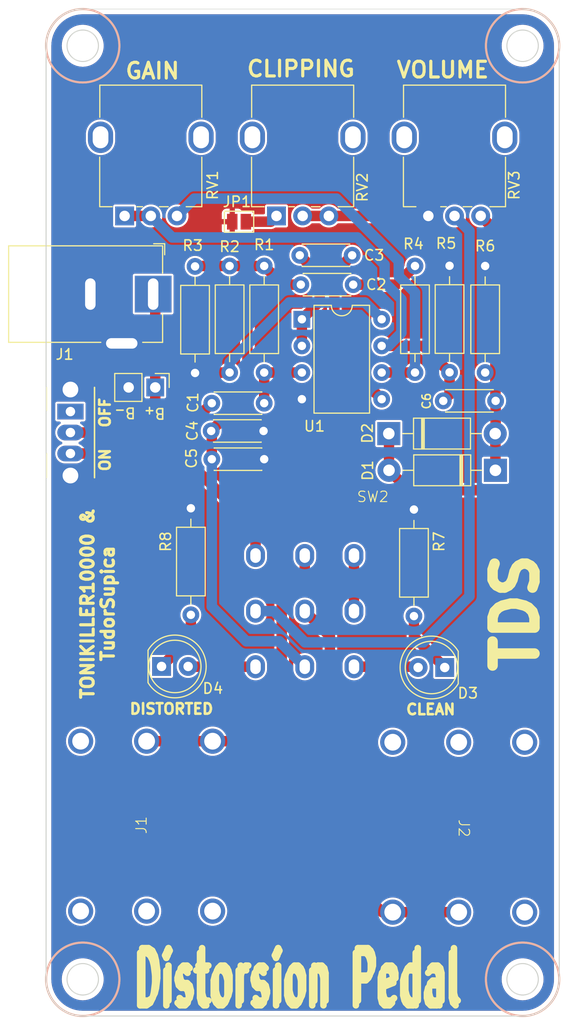
<source format=kicad_pcb>
(kicad_pcb (version 20240108) (generator "pcbnew") (generator_version "8.0")
  (layers (0 "F.Cu" signal) (31 "B.Cu" signal) (34 "B.Paste" user) (35 "F.Paste" user) (36 "B.SilkS" user "B.Silkscreen") (37 "F.SilkS" user "F.Silkscreen") (38 "B.Mask" user) (39 "F.Mask" user) (44 "Edge.Cuts" user))
  (net 0 "")
  (net 1 "Net-(U1A-+)")
  (net 2 "CLEAN")
  (net 3 "Net-(D1-K)")
  (net 4 "GND")
  (net 5 "VDD")
  (net 6 "Net-(D3-K)")
  (net 7 "Net-(U1B-+)")
  (net 8 "Net-(U1A--)")
  (net 9 "Net-(C6-Pad2)")
  (net 10 "Net-(D1-A)")
  (net 11 "Net-(D3-A)")
  (net 12 "VCC")
  (net 13 "Net-(U1B--)")
  (net 14 "Net-(D4-K)")
  (net 15 "Net-(JP1-A)")
  (net 16 "DISTORTED")
  (net 17 "POW")
  (net 19 "INPUT")
  (net 20 "Net-(SW2-A-Pad3)")
  (net 21 "Net-(C2-Pad2)")
  (net 22 "OUTPUT")
  (net 23 "Net-(D4-A)")
  (footprint "LED_THT:LED_D5.0mm" (layer "F.Cu") (at 139.5 110.2)
    (property "Reference" "D4" (at 4.9 2.1 0) (layer "F.SilkS"))
    (property "Value" "RED")
    (fp_line (start -1.29 -1.545) (end -1.29 1.545) (stroke (width 0.12)) (layer "F.SilkS"))
    (fp_arc (start -1.29 -1.54483) (mid 2.072002 -2.880433) (end 4.26 0.000462) (stroke (width 0.12)) (layer "F.SilkS"))
    (fp_arc (start 4.26 -0.000462) (mid 2.072002 2.880433) (end -1.29 1.54483) (stroke (width 0.12)) (layer "F.SilkS"))
    (fp_circle (center 1.27 0) (end 3.77 0) (stroke (width 0.12)) (fill none) (layer "F.SilkS"))
    (pad "1" thru_hole rect (at 0 0) (size 1.8 1.8) (drill 0.9) (layers "*.Cu" "*.Mask") (net 14 "Net-(D4-K)"))
    (pad "2" thru_hole circle (at 2.54 0) (size 1.8 1.8) (drill 0.9) (layers "*.Cu" "*.Mask") (net 23 "Net-(D4-A)"))
  )
  (footprint "Resistor_THT:R_Axial_DIN0207_L6.3mm_D2.5mm_P10.16mm_Horizontal" (layer "F.Cu") (at 163.7 82.18 90)
    (property "Reference" "R4" (at 12.26 -0.15 0) (layer "F.SilkS"))
    (property "Value" "1K")
    (fp_line (start 8.35 -1.37) (end 1.81 -1.37) (stroke (width 0.12)) (layer "F.SilkS"))
    (fp_line (start 1.81 -1.37) (end 1.81 1.37) (stroke (width 0.12)) (layer "F.SilkS"))
    (fp_line (start 9.12 0) (end 8.35 0) (stroke (width 0.12)) (layer "F.SilkS"))
    (fp_line (start 1.04 0) (end 1.81 0) (stroke (width 0.12)) (layer "F.SilkS"))
    (fp_line (start 8.35 1.37) (end 8.35 -1.37) (stroke (width 0.12)) (layer "F.SilkS"))
    (fp_line (start 1.81 1.37) (end 8.35 1.37) (stroke (width 0.12)) (layer "F.SilkS"))
    (pad "1" thru_hole circle (at 0 0 90) (size 1.6 1.6) (drill 0.8) (layers "*.Cu" "*.Mask") (net 13 "Net-(U1B--)"))
    (pad "2" thru_hole oval (at 10.16 0 90) (size 1.6 1.6) (drill 0.8) (layers "*.Cu" "*.Mask") (net 21 "Net-(C2-Pad2)"))
  )
  (footprint "Capacitor_THT:C_Disc_D4.3mm_W1.9mm_P5.00mm" (layer "F.Cu") (at 149.3 90.44 180)
    (property "Reference" "C5" (at 6.94 0.08 90) (layer "F.SilkS"))
    (property "Value" "100nF")
    (fp_line (start 4.77 1.055) (end 4.77 1.07) (stroke (width 0.12)) (layer "F.SilkS"))
    (fp_line (start 4.77 -1.07) (end 4.77 -1.055) (stroke (width 0.12)) (layer "F.SilkS"))
    (fp_line (start 0.23 1.07) (end 4.77 1.07) (stroke (width 0.12)) (layer "F.SilkS"))
    (fp_line (start 0.23 1.055) (end 0.23 1.07) (stroke (width 0.12)) (layer "F.SilkS"))
    (fp_line (start 0.23 -1.07) (end 4.77 -1.07) (stroke (width 0.12)) (layer "F.SilkS"))
    (fp_line (start 0.23 -1.07) (end 0.23 -1.055) (stroke (width 0.12)) (layer "F.SilkS"))
    (pad "1" thru_hole circle (at 0 0 180) (size 1.6 1.6) (drill 0.8) (layers "*.Cu" "*.Mask") (net 4 "GND"))
    (pad "2" thru_hole circle (at 5 0 180) (size 1.6 1.6) (drill 0.8) (layers "*.Cu" "*.Mask") (net 5 "VDD"))
  )
  (footprint "Jumper:SolderJumper-2_P1.3mm_Open_Pad1.0x1.5mm" (layer "F.Cu") (at 146.9 67.8 180)
    (property "Reference" "JP1" (at 0.2 1.9 0) (layer "F.SilkS"))
    (property "Value" "Jumper_2_Open")
    (fp_line (start 1.4 1) (end -1.4 1) (stroke (width 0.12)) (layer "F.SilkS"))
    (fp_line (start 1.4 -1) (end 1.4 1) (stroke (width 0.12)) (layer "F.SilkS"))
    (fp_line (start -1.4 1) (end -1.4 -1) (stroke (width 0.12)) (layer "F.SilkS"))
    (fp_line (start -1.4 -1) (end 1.4 -1) (stroke (width 0.12)) (layer "F.SilkS"))
    (pad "1" smd rect (at -0.65 0 180) (size 1 1.5) (layers "F.Cu" "F.Mask") (net 15 "Net-(JP1-A)"))
    (pad "2" smd rect (at 0.65 0 180) (size 1 1.5) (layers "F.Cu" "F.Mask") (net 4 "GND"))
  )
  (footprint "Resistor_THT:R_Axial_DIN0207_L6.3mm_D2.5mm_P10.16mm_Horizontal" (layer "F.Cu") (at 149.3 82.18 90)
    (property "Reference" "R1" (at 12.18 0 180) (layer "F.SilkS"))
    (property "Value" "100k")
    (fp_line (start 8.35 -1.37) (end 1.81 -1.37) (stroke (width 0.12)) (layer "F.SilkS"))
    (fp_line (start 1.81 -1.37) (end 1.81 1.37) (stroke (width 0.12)) (layer "F.SilkS"))
    (fp_line (start 9.12 0) (end 8.35 0) (stroke (width 0.12)) (layer "F.SilkS"))
    (fp_line (start 1.04 0) (end 1.81 0) (stroke (width 0.12)) (layer "F.SilkS"))
    (fp_line (start 8.35 1.37) (end 8.35 -1.37) (stroke (width 0.12)) (layer "F.SilkS"))
    (fp_line (start 1.81 1.37) (end 8.35 1.37) (stroke (width 0.12)) (layer "F.SilkS"))
    (pad "1" thru_hole circle (at 0 0 90) (size 1.6 1.6) (drill 0.8) (layers "*.Cu" "*.Mask") (net 1 "Net-(U1A-+)"))
    (pad "2" thru_hole oval (at 10.16 0 90) (size 1.6 1.6) (drill 0.8) (layers "*.Cu" "*.Mask") (net 5 "VDD"))
  )
  (footprint "Diode_THT:D_DO-41_SOD81_P10.16mm_Horizontal" (layer "F.Cu") (at 171.38 91.5 180)
    (property "Reference" "D1" (at 12.19 -0.02 90) (layer "F.SilkS"))
    (property "Value" "D")
    (fp_line (start 8.82 0) (end 7.8 0) (stroke (width 0.12)) (layer "F.SilkS"))
    (fp_line (start 7.8 1.47) (end 7.8 -1.47) (stroke (width 0.12)) (layer "F.SilkS"))
    (fp_line (start 7.8 -1.47) (end 2.36 -1.47) (stroke (width 0.12)) (layer "F.SilkS"))
    (fp_line (start 3.38 -1.47) (end 3.38 1.47) (stroke (width 0.12)) (layer "F.SilkS"))
    (fp_line (start 3.26 -1.47) (end 3.26 1.47) (stroke (width 0.12)) (layer "F.SilkS"))
    (fp_line (start 3.14 -1.47) (end 3.14 1.47) (stroke (width 0.12)) (layer "F.SilkS"))
    (fp_line (start 2.36 1.47) (end 7.8 1.47) (stroke (width 0.12)) (layer "F.SilkS"))
    (fp_line (start 2.36 -1.47) (end 2.36 1.47) (stroke (width 0.12)) (layer "F.SilkS"))
    (fp_line (start 1.34 0) (end 2.36 0) (stroke (width 0.12)) (layer "F.SilkS"))
    (pad "1" thru_hole rect (at 0 0 180) (size 2.2 2.2) (drill 1.1) (layers "*.Cu" "*.Mask") (net 3 "Net-(D1-K)"))
    (pad "2" thru_hole oval (at 10.16 0 180) (size 2.2 2.2) (drill 1.1) (layers "*.Cu" "*.Mask") (net 10 "Net-(D1-A)"))
  )
  (footprint "Capacitor_THT:C_Disc_D4.3mm_W1.9mm_P5.00mm" (layer "F.Cu") (at 149.24 87.75 180)
    (property "Reference" "C4" (at 6.8 0.01 90) (layer "F.SilkS"))
    (property "Value" "10uF")
    (fp_line (start 4.77 1.055) (end 4.77 1.07) (stroke (width 0.12)) (layer "F.SilkS"))
    (fp_line (start 4.77 -1.07) (end 4.77 -1.055) (stroke (width 0.12)) (layer "F.SilkS"))
    (fp_line (start 0.23 1.07) (end 4.77 1.07) (stroke (width 0.12)) (layer "F.SilkS"))
    (fp_line (start 0.23 1.055) (end 0.23 1.07) (stroke (width 0.12)) (layer "F.SilkS"))
    (fp_line (start 0.23 -1.07) (end 4.77 -1.07) (stroke (width 0.12)) (layer "F.SilkS"))
    (fp_line (start 0.23 -1.07) (end 0.23 -1.055) (stroke (width 0.12)) (layer "F.SilkS"))
    (pad "1" thru_hole circle (at 0 0 180) (size 1.6 1.6) (drill 0.8) (layers "*.Cu" "*.Mask") (net 4 "GND"))
    (pad "2" thru_hole circle (at 5 0 180) (size 1.6 1.6) (drill 0.8) (layers "*.Cu" "*.Mask") (net 5 "VDD"))
  )
  (footprint "Resistor_THT:R_Axial_DIN0207_L6.3mm_D2.5mm_P10.16mm_Horizontal" (layer "F.Cu") (at 167 72 -90)
    (property "Reference" "R5" (at -2.13 0.33 0) (layer "F.SilkS"))
    (property "Value" "3.8K")
    (fp_line (start 1.81 1.37) (end 8.35 1.37) (stroke (width 0.12)) (layer "F.SilkS"))
    (fp_line (start 8.35 1.37) (end 8.35 -1.37) (stroke (width 0.12)) (layer "F.SilkS"))
    (fp_line (start 1.04 0) (end 1.81 0) (stroke (width 0.12)) (layer "F.SilkS"))
    (fp_line (start 9.12 0) (end 8.35 0) (stroke (width 0.12)) (layer "F.SilkS"))
    (fp_line (start 1.81 -1.37) (end 1.81 1.37) (stroke (width 0.12)) (layer "F.SilkS"))
    (fp_line (start 8.35 -1.37) (end 1.81 -1.37) (stroke (width 0.12)) (layer "F.SilkS"))
    (pad "1" thru_hole circle (at 0 0 270) (size 1.6 1.6) (drill 0.8) (layers "*.Cu" "*.Mask") (net 4 "GND"))
    (pad "2" thru_hole oval (at 10.16 0 270) (size 1.6 1.6) (drill 0.8) (layers "*.Cu" "*.Mask") (net 9 "Net-(C6-Pad2)"))
  )
  (footprint "Resistor_THT:R_Axial_DIN0207_L6.3mm_D2.5mm_P10.16mm_Horizontal" (layer "F.Cu") (at 146 72.02 -90)
    (property "Reference" "R2" (at -1.84 0 180) (layer "F.SilkS"))
    (property "Value" "10K")
    (fp_line (start 1.81 1.37) (end 8.35 1.37) (stroke (width 0.12)) (layer "F.SilkS"))
    (fp_line (start 8.35 1.37) (end 8.35 -1.37) (stroke (width 0.12)) (layer "F.SilkS"))
    (fp_line (start 1.04 0) (end 1.81 0) (stroke (width 0.12)) (layer "F.SilkS"))
    (fp_line (start 9.12 0) (end 8.35 0) (stroke (width 0.12)) (layer "F.SilkS"))
    (fp_line (start 1.81 -1.37) (end 1.81 1.37) (stroke (width 0.12)) (layer "F.SilkS"))
    (fp_line (start 8.35 -1.37) (end 1.81 -1.37) (stroke (width 0.12)) (layer "F.SilkS"))
    (pad "1" thru_hole circle (at 0 0 270) (size 1.6 1.6) (drill 0.8) (layers "*.Cu" "*.Mask") (net 5 "VDD"))
    (pad "2" thru_hole oval (at 10.16 0 270) (size 1.6 1.6) (drill 0.8) (layers "*.Cu" "*.Mask") (net 12 "VCC"))
  )
  (footprint "Capacitor_THT:C_Disc_D4.3mm_W1.9mm_P5.00mm" (layer "F.Cu") (at 144.3 85.1)
    (property "Reference" "C1" (at -1.8 -0.06 90) (layer "F.SilkS"))
    (property "Value" "10uF")
    (fp_line (start 0.23 -1.07) (end 0.23 -1.055) (stroke (width 0.12)) (layer "F.SilkS"))
    (fp_line (start 0.23 -1.07) (end 4.77 -1.07) (stroke (width 0.12)) (layer "F.SilkS"))
    (fp_line (start 0.23 1.055) (end 0.23 1.07) (stroke (width 0.12)) (layer "F.SilkS"))
    (fp_line (start 0.23 1.07) (end 4.77 1.07) (stroke (width 0.12)) (layer "F.SilkS"))
    (fp_line (start 4.77 -1.07) (end 4.77 -1.055) (stroke (width 0.12)) (layer "F.SilkS"))
    (fp_line (start 4.77 1.055) (end 4.77 1.07) (stroke (width 0.12)) (layer "F.SilkS"))
    (pad "1" thru_hole circle (at 0 0) (size 1.6 1.6) (drill 0.8) (layers "*.Cu" "*.Mask") (net 2 "CLEAN"))
    (pad "2" thru_hole circle (at 5 0) (size 1.6 1.6) (drill 0.8) (layers "*.Cu" "*.Mask") (net 1 "Net-(U1A-+)"))
  )
  (footprint "Potentiometer_THT:Potentiometer_Alpha_RD901F-40-00D_Single_Vertical" (layer "F.Cu") (at 135.974872 67.250127 90)
    (property "Reference" "RV1" (at 2.925 8.4 -90) (layer "F.SilkS"))
    (property "Value" "100K")
    (fp_line (start 0.88 -2.38) (end 5.6 -2.38) (stroke (width 0.12)) (layer "F.SilkS"))
    (fp_line (start 9.41 -2.37) (end 12.47 -2.37) (stroke (width 0.12)) (layer "F.SilkS"))
    (fp_line (start 0.88 -1.19) (end 0.88 -2.37) (stroke (width 0.12)) (layer "F.SilkS"))
    (fp_line (start 0.88 1.71) (end 0.88 1.18) (stroke (width 0.12)) (layer "F.SilkS"))
    (fp_line (start 0.88 4.16) (end 0.88 3.33) (stroke (width 0.12)) (layer "F.SilkS"))
    (fp_line (start 12.47 7.37) (end 12.47 -2.37) (stroke (width 0.12)) (layer "F.SilkS"))
    (fp_line (start 9.41 7.37) (end 12.47 7.37) (stroke (width 0.12)) (layer "F.SilkS"))
    (fp_line (start 0.88 7.37) (end 0.88 5.88) (stroke (width 0.12)) (layer "F.SilkS"))
    (fp_line (start 0.88 7.37) (end 5.6 7.37) (stroke (width 0.12)) (layer "F.SilkS"))
    (pad "" thru_hole oval (at 7.5 -2.3 180) (size 2.4 3) (drill oval 1.5 2.1) (layers "*.Cu" "*.Mask"))
    (pad "" thru_hole oval (at 7.5 7.3 180) (size 2.4 3) (drill oval 1.5 2.1) (layers "*.Cu" "*.Mask"))
    (pad "1" thru_hole rect (at 0 0 180) (size 1.8 1.8) (drill 1) (layers "*.Cu" "*.Mask") (net 9 "Net-(C6-Pad2)"))
    (pad "2" thru_hole circle (at 0 2.5 180) (size 1.8 1.8) (drill 1) (layers "*.Cu" "*.Mask") (net 9 "Net-(C6-Pad2)"))
    (pad "3" thru_hole circle (at 0 5 180) (size 1.8 1.8) (drill 1) (layers "*.Cu" "*.Mask") (net 13 "Net-(U1B--)"))
  )
  (footprint "Package_DIP:DIP-8_W7.62mm" (layer "F.Cu") (at 152.9 77.1)
    (property "Reference" "U1" (at 1.2 10.2 0) (layer "F.SilkS"))
    (property "Value" "TL072")
    (fp_line (start 1.16 -1.33) (end 1.16 8.95) (stroke (width 0.12)) (layer "F.SilkS"))
    (fp_line (start 1.16 8.95) (end 6.46 8.95) (stroke (width 0.12)) (layer "F.SilkS"))
    (fp_line (start 2.81 -1.33) (end 1.16 -1.33) (stroke (width 0.12)) (layer "F.SilkS"))
    (fp_line (start 6.46 -1.33) (end 4.81 -1.33) (stroke (width 0.12)) (layer "F.SilkS"))
    (fp_line (start 6.46 8.95) (end 6.46 -1.33) (stroke (width 0.12)) (layer "F.SilkS"))
    (fp_arc (start 4.81 -1.33) (mid 3.81 -0.33) (end 2.81 -1.33) (stroke (width 0.12)) (layer "F.SilkS"))
    (pad "1" thru_hole rect (at 0 0) (size 1.6 1.6) (drill 0.8) (layers "*.Cu" "*.Mask") (net 8 "Net-(U1A--)"))
    (pad "2" thru_hole oval (at 0 2.54) (size 1.6 1.6) (drill 0.8) (layers "*.Cu" "*.Mask") (net 8 "Net-(U1A--)"))
    (pad "3" thru_hole oval (at 0 5.08) (size 1.6 1.6) (drill 0.8) (layers "*.Cu" "*.Mask") (net 1 "Net-(U1A-+)"))
    (pad "4" thru_hole oval (at 0 7.62) (size 1.6 1.6) (drill 0.8) (layers "*.Cu" "*.Mask") (net 4 "GND"))
    (pad "5" thru_hole oval (at 7.62 7.62) (size 1.6 1.6) (drill 0.8) (layers "*.Cu" "*.Mask") (net 7 "Net-(U1B-+)"))
    (pad "6" thru_hole oval (at 7.62 5.08) (size 1.6 1.6) (drill 0.8) (layers "*.Cu" "*.Mask") (net 13 "Net-(U1B--)"))
    (pad "7" thru_hole oval (at 7.62 2.54) (size 1.6 1.6) (drill 0.8) (layers "*.Cu" "*.Mask") (net 9 "Net-(C6-Pad2)"))
    (pad "8" thru_hole oval (at 7.62 0) (size 1.6 1.6) (drill 0.8) (layers "*.Cu" "*.Mask") (net 12 "VCC"))
  )
  (footprint "Resistor_THT:R_Axial_DIN0207_L6.3mm_D2.5mm_P10.16mm_Horizontal" (layer "F.Cu") (at 142.7 82.22 90)
    (property "Reference" "R3" (at 12.15 -0.22 0) (layer "F.SilkS"))
    (property "Value" "10K")
    (fp_line (start 8.35 -1.37) (end 1.81 -1.37) (stroke (width 0.12)) (layer "F.SilkS"))
    (fp_line (start 1.81 -1.37) (end 1.81 1.37) (stroke (width 0.12)) (layer "F.SilkS"))
    (fp_line (start 9.12 0) (end 8.35 0) (stroke (width 0.12)) (layer "F.SilkS"))
    (fp_line (start 1.04 0) (end 1.81 0) (stroke (width 0.12)) (layer "F.SilkS"))
    (fp_line (start 8.35 1.37) (end 8.35 -1.37) (stroke (width 0.12)) (layer "F.SilkS"))
    (fp_line (start 1.81 1.37) (end 8.35 1.37) (stroke (width 0.12)) (layer "F.SilkS"))
    (pad "1" thru_hole circle (at 0 0 90) (size 1.6 1.6) (drill 0.8) (layers "*.Cu" "*.Mask") (net 4 "GND"))
    (pad "2" thru_hole oval (at 10.16 0 90) (size 1.6 1.6) (drill 0.8) (layers "*.Cu" "*.Mask") (net 5 "VDD"))
  )
  (footprint "Capacitor_THT:C_Disc_D4.3mm_W1.9mm_P5.00mm" (layer "F.Cu") (at 171.4 84.88 180)
    (property "Reference" "C6" (at 6.6 -0.02 90) (layer "F.SilkS") (effects (font (size 0.8 0.8))))
    (property "Value" "10uF")
    (fp_line (start 4.77 1.055) (end 4.77 1.07) (stroke (width 0.12)) (layer "F.SilkS"))
    (fp_line (start 4.77 -1.07) (end 4.77 -1.055) (stroke (width 0.12)) (layer "F.SilkS"))
    (fp_line (start 0.23 1.07) (end 4.77 1.07) (stroke (width 0.12)) (layer "F.SilkS"))
    (fp_line (start 0.23 1.055) (end 0.23 1.07) (stroke (width 0.12)) (layer "F.SilkS"))
    (fp_line (start 0.23 -1.07) (end 4.77 -1.07) (stroke (width 0.12)) (layer "F.SilkS"))
    (fp_line (start 0.23 -1.07) (end 0.23 -1.055) (stroke (width 0.12)) (layer "F.SilkS"))
    (pad "1" thru_hole circle (at 0 0 180) (size 1.6 1.6) (drill 0.8) (layers "*.Cu" "*.Mask") (net 3 "Net-(D1-K)"))
    (pad "2" thru_hole circle (at 5 0 180) (size 1.6 1.6) (drill 0.8) (layers "*.Cu" "*.Mask") (net 9 "Net-(C6-Pad2)"))
  )
  (footprint "Connector_PinHeader_2.54mm:PinHeader_1x02_P2.54mm_Vertical" (layer "F.Cu") (at 138.9 83.6 -90)
    (property "Reference" "J2" (hide yes))
    (property "Value" "BATT")
    (fp_line (start -1.33 3.87) (end 1.33 3.87) (stroke (width 0.12)) (layer "F.SilkS"))
    (fp_line (start -1.33 1.27) (end -1.33 3.87) (stroke (width 0.12)) (layer "F.SilkS"))
    (fp_line (start -1.33 1.27) (end 1.33 1.27) (stroke (width 0.12)) (layer "F.SilkS"))
    (fp_line (start 1.33 1.27) (end 1.33 3.87) (stroke (width 0.12)) (layer "F.SilkS"))
    (fp_line (start -1.33 0) (end -1.33 -1.33) (stroke (width 0.12)) (layer "F.SilkS"))
    (fp_line (start -1.33 -1.33) (end 0 -1.33) (stroke (width 0.12)) (layer "F.SilkS"))
    (pad "1" thru_hole rect (at 0 0 270) (size 1.7 1.7) (drill 1) (layers "*.Cu" "*.Mask") (net 17 "POW"))
    (pad "2" thru_hole oval (at 0 2.54 270) (size 1.7 1.7) (drill 1) (layers "*.Cu" "*.Mask") (net 4 "GND"))
  )
  (footprint "Capacitor_THT:C_Disc_D4.3mm_W1.9mm_P5.00mm" (layer "F.Cu") (at 157.7 71 180)
    (property "Reference" "C3" (at -2.1 0 0) (layer "F.SilkS"))
    (property "Value" "10uF")
    (fp_line (start 4.77 1.055) (end 4.77 1.07) (stroke (width 0.12)) (layer "F.SilkS"))
    (fp_line (start 4.77 -1.07) (end 4.77 -1.055) (stroke (width 0.12)) (layer "F.SilkS"))
    (fp_line (start 0.23 1.07) (end 4.77 1.07) (stroke (width 0.12)) (layer "F.SilkS"))
    (fp_line (start 0.23 1.055) (end 0.23 1.07) (stroke (width 0.12)) (layer "F.SilkS"))
    (fp_line (start 0.23 -1.07) (end 4.77 -1.07) (stroke (width 0.12)) (layer "F.SilkS"))
    (fp_line (start 0.23 -1.07) (end 0.23 -1.055) (stroke (width 0.12)) (layer "F.SilkS"))
    (pad "1" thru_hole circle (at 0 0 180) (size 1.6 1.6) (drill 0.8) (layers "*.Cu" "*.Mask") (net 7 "Net-(U1B-+)"))
    (pad "2" thru_hole circle (at 5 0 180) (size 1.6 1.6) (drill 0.8) (layers "*.Cu" "*.Mask") (net 8 "Net-(U1A--)"))
  )
  (footprint "Audio:FootSwitch" (layer "F.Cu") (at 153.174872 104.925127)
    (property "Reference" "SW2" (at 6.5 -10.9 0) (layer "F.SilkS") (effects (font (thickness 0.1))))
    (property "Value" "FootSwitch")
    (pad "1" thru_hole oval (at -4.7 -5.3) (size 1.8 2.2) (drill oval 1 1.4) (layers "*.Cu" "*.Mask") (net 2 "CLEAN"))
    (pad "2" thru_hole oval (at 0 -5.3) (size 1.8 2.2) (drill oval 1 1.4) (layers "*.Cu" "*.Mask") (net 19 "INPUT"))
    (pad "3" thru_hole oval (at 4.7 -5.3) (size 1.8 2.2) (drill oval 1 1.4) (layers "*.Cu" "*.Mask") (net 20 "Net-(SW2-A-Pad3)"))
    (pad "4" thru_hole oval (at -4.7 0) (size 1.8 2.2) (drill oval 1 1.4) (layers "*.Cu" "*.Mask") (net 16 "DISTORTED"))
    (pad "5" thru_hole oval (at 0 0) (size 1.8 2.2) (drill oval 1 1.4) (layers "*.Cu" "*.Mask") (net 22 "OUTPUT"))
    (pad "6" thru_hole oval (at 4.7 0) (size 1.8 2.2) (drill oval 1 1.4) (layers "*.Cu" "*.Mask") (net 20 "Net-(SW2-A-Pad3)"))
    (pad "7" thru_hole oval (at -4.7 5.3) (size 1.8 2.2) (drill oval 1 1.4) (layers "*.Cu" "*.Mask") (net 23 "Net-(D4-A)"))
    (pad "8" thru_hole oval (at 0 5.3) (size 1.8 2.2) (drill oval 1 1.4) (layers "*.Cu" "*.Mask") (net 5 "VDD"))
    (pad "9" thru_hole oval (at 4.7 5.3) (size 1.8 2.2) (drill oval 1 1.4) (layers "*.Cu" "*.Mask") (net 11 "Net-(D3-A)"))
  )
  (footprint "Diode_THT:D_DO-41_SOD81_P10.16mm_Horizontal" (layer "F.Cu") (at 161.2 88)
    (property "Reference" "D2" (at -2.04 -0.03 90) (layer "F.SilkS"))
    (property "Value" "D")
    (fp_line (start 1.34 0) (end 2.36 0) (stroke (width 0.12)) (layer "F.SilkS"))
    (fp_line (start 2.36 -1.47) (end 2.36 1.47) (stroke (width 0.12)) (layer "F.SilkS"))
    (fp_line (start 2.36 1.47) (end 7.8 1.47) (stroke (width 0.12)) (layer "F.SilkS"))
    (fp_line (start 3.14 -1.47) (end 3.14 1.47) (stroke (width 0.12)) (layer "F.SilkS"))
    (fp_line (start 3.26 -1.47) (end 3.26 1.47) (stroke (width 0.12)) (layer "F.SilkS"))
    (fp_line (start 3.38 -1.47) (end 3.38 1.47) (stroke (width 0.12)) (layer "F.SilkS"))
    (fp_line (start 7.8 -1.47) (end 2.36 -1.47) (stroke (width 0.12)) (layer "F.SilkS"))
    (fp_line (start 7.8 1.47) (end 7.8 -1.47) (stroke (width 0.12)) (layer "F.SilkS"))
    (fp_line (start 8.82 0) (end 7.8 0) (stroke (width 0.12)) (layer "F.SilkS"))
    (pad "1" thru_hole rect (at 0 0) (size 2.2 2.2) (drill 1.1) (layers "*.Cu" "*.Mask") (net 10 "Net-(D1-A)"))
    (pad "2" thru_hole oval (at 10.16 0) (size 2.2 2.2) (drill 1.1) (layers "*.Cu" "*.Mask") (net 3 "Net-(D1-K)"))
  )
  (footprint "Capacitor_THT:C_Disc_D4.3mm_W1.9mm_P5.00mm" (layer "F.Cu") (at 152.8 73.8)
    (property "Reference" "C2" (at 7.2 0 180) (layer "F.SilkS"))
    (property "Value" "10uF")
    (fp_line (start 0.23 -1.07) (end 0.23 -1.055) (stroke (width 0.12)) (layer "F.SilkS"))
    (fp_line (start 0.23 -1.07) (end 4.77 -1.07) (stroke (width 0.12)) (layer "F.SilkS"))
    (fp_line (start 0.23 1.055) (end 0.23 1.07) (stroke (width 0.12)) (layer "F.SilkS"))
    (fp_line (start 0.23 1.07) (end 4.77 1.07) (stroke (width 0.12)) (layer "F.SilkS"))
    (fp_line (start 4.77 -1.07) (end 4.77 -1.055) (stroke (width 0.12)) (layer "F.SilkS"))
    (fp_line (start 4.77 1.055) (end 4.77 1.07) (stroke (width 0.12)) (layer "F.SilkS"))
    (pad "1" thru_hole circle (at 0 0) (size 1.6 1.6) (drill 0.8) (layers "*.Cu" "*.Mask") (net 5 "VDD"))
    (pad "2" thru_hole circle (at 5 0) (size 1.6 1.6) (drill 0.8) (layers "*.Cu" "*.Mask") (net 21 "Net-(C2-Pad2)"))
  )
  (footprint "Potentiometer_THT:Potentiometer_Alpha_RD901F-40-00D_Single_Vertical" (layer "F.Cu") (at 150.474872 67.250127 90)
    (property "Reference" "RV2" (at 2.725 8.2 -90) (layer "F.SilkS"))
    (property "Value" "10K")
    (fp_line (start 0.88 -2.38) (end 5.6 -2.38) (stroke (width 0.12)) (layer "F.SilkS"))
    (fp_line (start 9.41 -2.37) (end 12.47 -2.37) (stroke (width 0.12)) (layer "F.SilkS"))
    (fp_line (start 0.88 -1.19) (end 0.88 -2.37) (stroke (width 0.12)) (layer "F.SilkS"))
    (fp_line (start 0.88 1.71) (end 0.88 1.18) (stroke (width 0.12)) (layer "F.SilkS"))
    (fp_line (start 0.88 4.16) (end 0.88 3.33) (stroke (width 0.12)) (layer "F.SilkS"))
    (fp_line (start 12.47 7.37) (end 12.47 -2.37) (stroke (width 0.12)) (layer "F.SilkS"))
    (fp_line (start 9.41 7.37) (end 12.47 7.37) (stroke (width 0.12)) (layer "F.SilkS"))
    (fp_line (start 0.88 7.37) (end 0.88 5.88) (stroke (width 0.12)) (layer "F.SilkS"))
    (fp_line (start 0.88 7.37) (end 5.6 7.37) (stroke (width 0.12)) (layer "F.SilkS"))
    (pad "" thru_hole oval (at 7.5 -2.3 180) (size 2.4 3) (drill oval 1.5 2.1) (layers "*.Cu" "*.Mask"))
    (pad "" thru_hole oval (at 7.5 7.3 180) (size 2.4 3) (drill oval 1.5 2.1) (layers "*.Cu" "*.Mask"))
    (pad "1" thru_hole rect (at 0 0 180) (size 1.8 1.8) (drill 1) (layers "*.Cu" "*.Mask") (net 15 "Net-(JP1-A)"))
    (pad "2" thru_hole circle (at 0 2.5 180) (size 1.8 1.8) (drill 1) (layers "*.Cu" "*.Mask") (net 10 "Net-(D1-A)"))
    (pad "3" thru_hole circle (at 0 5 180) (size 1.8 1.8) (drill 1) (layers "*.Cu" "*.Mask") (net 10 "Net-(D1-A)"))
  )
  (footprint "Resistor_THT:R_Axial_DIN0207_L6.3mm_D2.5mm_P10.16mm_Horizontal" (layer "F.Cu") (at 142.3 95.12 -90)
    (property "Reference" "R8" (at 3.18 2.4 90) (layer "F.SilkS"))
    (property "Value" "1K")
    (fp_line (start 1.81 1.37) (end 8.35 1.37) (stroke (width 0.12)) (layer "F.SilkS"))
    (fp_line (start 8.35 1.37) (end 8.35 -1.37) (stroke (width 0.12)) (layer "F.SilkS"))
    (fp_line (start 1.04 0) (end 1.81 0) (stroke (width 0.12)) (layer "F.SilkS"))
    (fp_line (start 9.12 0) (end 8.35 0) (stroke (width 0.12)) (layer "F.SilkS"))
    (fp_line (start 1.81 -1.37) (end 1.81 1.37) (stroke (width 0.12)) (layer "F.SilkS"))
    (fp_line (start 8.35 -1.37) (end 1.81 -1.37) (stroke (width 0.12)) (layer "F.SilkS"))
    (pad "1" thru_hole circle (at 0 0 270) (size 1.6 1.6) (drill 0.8) (layers "*.Cu" "*.Mask") (net 4 "GND"))
    (pad "2" thru_hole oval (at 10.16 0 270) (size 1.6 1.6) (drill 0.8) (layers "*.Cu" "*.Mask") (net 14 "Net-(D4-K)"))
  )
  (footprint "Audio:PJ-664C" (layer "F.Cu") (at 167.874872 125.625127 -90)
    (property "Reference" "J2" (at 0 -0.5 -90) (layer "F.SilkS") (effects (font (thickness 0.1))))
    (property "Value" "BATT")
    (pad "CGND" thru_hole circle (at -8.2 -6.3) (size 2.4 2.4) (drill 1.6) (layers "*.Cu" "*.Mask"))
    (pad "GND" thru_hole circle (at 8 -6.3) (size 2.4 2.4) (drill 1.6) (layers "*.Cu" "*.Mask"))
    (pad "L" thru_hole circle (at 8 6.3) (size 2.4 2.4) (drill 1.6) (layers "*.Cu" "*.Mask") (net 22 "OUTPUT"))
    (pad "LGND" thru_hole circle (at -8.2 6.3) (size 2.4 2.4) (drill 1.6) (layers "*.Cu" "*.Mask"))
    (pad "R" thru_hole circle (at 8 0) (size 2.4 2.4) (drill 1.6) (layers "*.Cu" "*.Mask") (net 22 "OUTPUT"))
    (pad "RGND" thru_hole circle (at -8.2 0) (size 2.4 2.4) (drill 1.6) (layers "*.Cu" "*.Mask"))
  )
  (footprint "Connector_BarrelJack:BarrelJack_Horizontal" (layer "F.Cu") (at 138.7 74.7)
    (property "Reference" "J1" (at -8.45 5.75 0) (layer "F.SilkS"))
    (property "Value" "Barrel_Jack")
    (fp_line (start -13.8 -4.6) (end 0.9 -4.6) (stroke (width 0.12)) (layer "F.SilkS"))
    (fp_line (start -13.8 4.6) (end -13.8 -4.6) (stroke (width 0.12)) (layer "F.SilkS"))
    (fp_line (start -5 4.6) (end -13.8 4.6) (stroke (width 0.12)) (layer "F.SilkS"))
    (fp_line (start 0.05 -4.8) (end 1.1 -4.8) (stroke (width 0.12)) (layer "F.SilkS"))
    (fp_line (start 0.9 -4.6) (end 0.9 -2) (stroke (width 0.12)) (layer "F.SilkS"))
    (fp_line (start 0.9 1.9) (end 0.9 4.6) (stroke (width 0.12)) (layer "F.SilkS"))
    (fp_line (start 0.9 4.6) (end -1 4.6) (stroke (width 0.12)) (layer "F.SilkS"))
    (fp_line (start 1.1 -3.75) (end 1.1 -4.8) (stroke (width 0.12)) (layer "F.SilkS"))
    (pad "1" thru_hole rect (at 0 0) (size 3.5 3.5) (drill oval 1 3) (layers "*.Cu" "*.Mask") (net 17 "POW"))
    (pad "2" thru_hole roundrect (at -6 0) (size 3 3.5) (drill oval 1 3) (layers "*.Cu" "*.Mask") (net 4 "GND"))
    (pad "3" thru_hole roundrect (at -3 4.7) (size 3.5 3.5) (drill oval 3 1) (layers "*.Cu" "*.Mask") (net 4 "GND"))
  )
  (footprint "Resistor_THT:R_Axial_DIN0207_L6.3mm_D2.5mm_P10.16mm_Horizontal" (layer "F.Cu") (at 170.4 72.02 -90)
    (property "Reference" "R6" (at -1.9 0 0) (layer "F.SilkS"))
    (property "Value" "10K")
    (fp_line (start 1.81 1.37) (end 8.35 1.37) (stroke (width 0.12)) (layer "F.SilkS"))
    (fp_line (start 8.35 1.37) (end 8.35 -1.37) (stroke (width 0.12)) (layer "F.SilkS"))
    (fp_line (start 1.04 0) (end 1.81 0) (stroke (width 0.12)) (layer "F.SilkS"))
    (fp_line (start 9.12 0) (end 8.35 0) (stroke (width 0.12)) (layer "F.SilkS"))
    (fp_line (start 1.81 -1.37) (end 1.81 1.37) (stroke (width 0.12)) (layer "F.SilkS"))
    (fp_line (start 8.35 -1.37) (end 1.81 -1.37) (stroke (width 0.12)) (layer "F.SilkS"))
    (pad "1" thru_hole circle (at 0 0 270) (size 1.6 1.6) (drill 0.8) (layers "*.Cu" "*.Mask") (net 4 "GND"))
    (pad "2" thru_hole oval (at 10.16 0 270) (size 1.6 1.6) (drill 0.8) (layers "*.Cu" "*.Mask") (net 3 "Net-(D1-K)"))
  )
  (footprint "Potentiometer_THT:Potentiometer_Alpha_RD901F-40-00D_Single_Vertical" (layer "F.Cu") (at 164.974872 67.250127 90)
    (property "Reference" "RV3" (at 2.925 8.2 -90) (layer "F.SilkS"))
    (property "Value" "100K")
    (fp_line (start 0.88 -2.38) (end 5.6 -2.38) (stroke (width 0.12)) (layer "F.SilkS"))
    (fp_line (start 9.41 -2.37) (end 12.47 -2.37) (stroke (width 0.12)) (layer "F.SilkS"))
    (fp_line (start 0.88 -1.19) (end 0.88 -2.37) (stroke (width 0.12)) (layer "F.SilkS"))
    (fp_line (start 0.88 1.71) (end 0.88 1.18) (stroke (width 0.12)) (layer "F.SilkS"))
    (fp_line (start 0.88 4.16) (end 0.88 3.33) (stroke (width 0.12)) (layer "F.SilkS"))
    (fp_line (start 12.47 7.37) (end 12.47 -2.37) (stroke (width 0.12)) (layer "F.SilkS"))
    (fp_line (start 9.41 7.37) (end 12.47 7.37) (stroke (width 0.12)) (layer "F.SilkS"))
    (fp_line (start 0.88 7.37) (end 0.88 5.88) (stroke (width 0.12)) (layer "F.SilkS"))
    (fp_line (start 0.88 7.37) (end 5.6 7.37) (stroke (width 0.12)) (layer "F.SilkS"))
    (pad "" thru_hole oval (at 7.5 -2.3 180) (size 2.4 3) (drill oval 1.5 2.1) (layers "*.Cu" "*.Mask"))
    (pad "" thru_hole oval (at 7.5 7.3 180) (size 2.4 3) (drill oval 1.5 2.1) (layers "*.Cu" "*.Mask"))
    (pad "1" thru_hole rect (at 0 0 180) (size 1.8 1.8) (drill 1) (layers "*.Cu" "*.Mask") (net 4 "GND"))
    (pad "2" thru_hole circle (at 0 2.5 180) (size 1.8 1.8) (drill 1) (layers "*.Cu" "*.Mask") (net 16 "DISTORTED"))
    (pad "3" thru_hole circle (at 0 5 180) (size 1.8 1.8) (drill 1) (layers "*.Cu" "*.Mask") (net 3 "Net-(D1-K)"))
  )
  (footprint "Resistor_THT:R_Axial_DIN0207_L6.3mm_D2.5mm_P10.16mm_Horizontal" (layer "F.Cu") (at 163.6 95.24 -90)
    (property "Reference" "R7" (at 3.06 -2.4 90) (layer "F.SilkS"))
    (property "Value" "1K")
    (fp_line (start 1.81 1.37) (end 8.35 1.37) (stroke (width 0.12)) (layer "F.SilkS"))
    (fp_line (start 8.35 1.37) (end 8.35 -1.37) (stroke (width 0.12)) (layer "F.SilkS"))
    (fp_line (start 1.04 0) (end 1.81 0) (stroke (width 0.12)) (layer "F.SilkS"))
    (fp_line (start 9.12 0) (end 8.35 0) (stroke (width 0.12)) (layer "F.SilkS"))
    (fp_line (start 1.81 -1.37) (end 1.81 1.37) (stroke (width 0.12)) (layer "F.SilkS"))
    (fp_line (start 8.35 -1.37) (end 1.81 -1.37) (stroke (width 0.12)) (layer "F.SilkS"))
    (pad "1" thru_hole circle (at 0 0 270) (size 1.6 1.6) (drill 0.8) (layers "*.Cu" "*.Mask") (net 4 "GND"))
    (pad "2" thru_hole oval (at 10.16 0 270) (size 1.6 1.6) (drill 0.8) (layers "*.Cu" "*.Mask") (net 6 "Net-(D3-K)"))
  )
  (footprint "Button_Switch_THT:SW_CuK_OS102011MA1QN1_SPDT_Angled" (layer "F.Cu") (at 130.8 85.9 -90)
    (property "Reference" "SW1" (hide yes))
    (property "Value" "POW" (hide yes))
    (fp_line (start -2.3 2.3) (end -0.1 2.3) (stroke (width 0.15)) (layer "F.SilkS"))
    (fp_line (start 4 2.3) (end 6.3 2.3) (stroke (width 0.15)) (layer "F.SilkS"))
    (fp_line (start -2.3 -2.3) (end 6.3 -2.3) (stroke (width 0.15)) (layer "F.SilkS"))
    (pad "" thru_hole oval (at -2.1 0 270) (size 2.2 3.5) (drill 1.5) (layers "*.Cu" "*.Mask") (net 4 "GND"))
    (pad "" thru_hole oval (at 6.1 0 270) (size 2.2 3.5) (drill 1.5) (layers "*.Cu" "*.Mask") (net 4 "GND"))
    (pad "1" thru_hole rect (at 0 0 270) (size 1.5 2.5) (drill 0.9) (layers "*.Cu" "*.Mask"))
    (pad "2" thru_hole oval (at 2 0 270) (size 1.5 2.5) (drill 0.9) (layers "*.Cu" "*.Mask") (net 17 "POW"))
    (pad "3" thru_hole oval (at 4 0 270) (size 1.5 2.5) (drill 0.9) (layers "*.Cu" "*.Mask") (net 12 "VCC"))
  )
  (footprint "LED_THT:LED_D5.0mm" (layer "F.Cu") (at 166.54 110.3 180)
    (property "Reference" "D3" (at -2.21 -2.45 0) (layer "F.SilkS"))
    (property "Value" "GREEN")
    (fp_line (start -1.29 -1.545) (end -1.29 1.545) (stroke (width 0.12)) (layer "F.SilkS"))
    (fp_arc (start 4.26 -0.000462) (mid 2.072002 2.880433) (end -1.29 1.54483) (stroke (width 0.12)) (layer "F.SilkS"))
    (fp_arc (start -1.29 -1.54483) (mid 2.072002 -2.880433) (end 4.26 0.000462) (stroke (width 0.12)) (layer "F.SilkS"))
    (fp_circle (center 1.27 0) (end 3.77 0) (stroke (width 0.12)) (fill none) (layer "F.SilkS"))
    (pad "1" thru_hole rect (at 0 0 180) (size 1.8 1.8) (drill 0.9) (layers "*.Cu" "*.Mask") (net 6 "Net-(D3-K)"))
    (pad "2" thru_hole circle (at 2.54 0 180) (size 1.8 1.8) (drill 0.9) (layers "*.Cu" "*.Mask") (net 11 "Net-(D3-A)"))
  )
  (footprint "Audio:PJ-664C" (layer "F.Cu") (at 138.074872 125.325127 90)
    (property "Reference" "J1" (at 0 -0.5 90) (layer "F.SilkS") (effects (font (thickness 0.1))))
    (property "Value" "Barrel_Jack")
    (pad "CGND" thru_hole circle (at -8.2 -6.3 180) (size 2.4 2.4) (drill 1.6) (layers "*.Cu" "*.Mask"))
    (pad "GND" thru_hole circle (at 8 -6.3 180) (size 2.4 2.4) (drill 1.6) (layers "*.Cu" "*.Mask"))
    (pad "L" thru_hole circle (at 8 6.3 180) (size 2.4 2.4) (drill 1.6) (layers "*.Cu" "*.Mask") (net 19 "INPUT"))
    (pad "LGND" thru_hole circle (at -8.2 6.3 180) (size 2.4 2.4) (drill 1.6) (layers "*.Cu" "*.Mask"))
    (pad "R" thru_hole circle (at 8 0 180) (size 2.4 2.4) (drill 1.6) (layers "*.Cu" "*.Mask") (net 19 "INPUT"))
    (pad "RGND" thru_hole circle (at -8.2 0 180) (size 2.4 2.4) (drill 1.6) (layers "*.Cu" "*.Mask"))
  )
  (gr_circle (center 131.974871 140.025128) (end 131.974871 143.525128) (stroke (width 0.2)) (fill none) (layer "B.SilkS"))
  (gr_circle (center 173.974873 51.025126) (end 173.974873 54.525126) (stroke (width 0.2)) (fill none) (layer "B.SilkS"))
  (gr_circle (center 131.974871 51.025126) (end 131.974871 54.525126) (stroke (width 0.2)) (fill none) (layer "B.SilkS"))
  (gr_circle (center 173.974873 140.025128) (end 173.974873 143.525128) (stroke (width 0.2)) (fill none) (layer "B.SilkS"))
  (gr_circle (center 173.974873 140.025128) (end 177.474873 140.025128) (stroke (width 0.2)) (fill none) (layer "F.SilkS"))
  (gr_circle (center 173.974873 51.025126) (end 177.474873 51.025126) (stroke (width 0.2)) (fill none) (layer "F.SilkS"))
  (gr_circle (center 131.974871 140.025128) (end 135.474871 140.025128) (stroke (width 0.2)) (fill none) (layer "F.SilkS"))
  (gr_circle (center 131.974871 51.025126) (end 135.474871 51.025126) (stroke (width 0.2)) (fill none) (layer "F.SilkS"))
  (gr_circle (center 131.974871 51.025126) (end 131.974871 52.525126) (stroke (width 0.1)) (fill none) (layer "Edge.Cuts"))
  (gr_line (start 173.974872 143.525127) (end 131.974872 143.525127) (stroke (width 0.1)) (layer "Edge.Cuts"))
  (gr_circle (center 173.974873 140.025128) (end 173.974873 141.525128) (stroke (width 0.1)) (fill none) (layer "Edge.Cuts"))
  (gr_line (start 177.474872 51.025127) (end 177.474872 140.025127) (stroke (width 0.1)) (layer "Edge.Cuts"))
  (gr_line (start 131.974872 47.525127) (end 173.974872 47.525127) (stroke (width 0.05)) (layer "Edge.Cuts"))
  (gr_arc (start 177.474872 140.025127) (mid 176.449747 142.500003) (end 173.974872 143.525127) (stroke (width 0.1)) (layer "Edge.Cuts"))
  (gr_circle (center 131.974871 140.025128) (end 131.974871 141.525128) (stroke (width 0.1)) (fill none) (layer "Edge.Cuts"))
  (gr_arc (start 128.474872 51.025127) (mid 129.499997 48.550252) (end 131.974872 47.525127) (stroke (width 0.1)) (layer "Edge.Cuts"))
  (gr_line (start 128.474872 140.025127) (end 128.474872 51.025127) (stroke (width 0.1)) (layer "Edge.Cuts"))
  (gr_arc (start 131.974872 143.525127) (mid 129.499999 142.5) (end 128.474872 140.025127) (stroke (width 0.1)) (layer "Edge.Cuts"))
  (gr_circle (center 173.974873 51.025126) (end 173.974873 52.525126) (stroke (width 0.1)) (fill none) (layer "Edge.Cuts"))
  (gr_arc (start 173.974872 47.525127) (mid 176.449754 48.550245) (end 177.474872 51.025127) (stroke (width 0.1)) (layer "Edge.Cuts"))
  (gr_text "TONIKILLER10000 &\nTudorSupica" (at 133.4 104.2 90) (layer "F.SilkS") (effects (font (size 1.2 1.2) (thickness 0.3) (bold yes))))
  (gr_text "TDS" (at 175.65 111.15 90) (layer "F.SilkS") (effects (font (size 4 4) (thickness 1) (bold yes)) (justify left bottom)))
  (gr_text "\nDistorsion Pedal" (at 152.6 135.75 0) (layer "F.SilkS") (effects (font (size 5 2.5) (thickness 0.625) (bold yes))))
  (gr_text "B_{+}" (at 138.85 86.075 180) (layer "F.SilkS") (effects (font (size 1 1))))
  (gr_text "B_{-}" (at 136.025 86.025 180) (layer "F.SilkS") (effects (font (size 1 1))))
  (gr_text "DISTORTED" (at 140.45 114.25 0) (layer "F.SilkS") (effects (font (size 1 1) (thickness 0.25) (bold yes))))
  (gr_text "\nDistorsion Pedal" (at 152.4 136.2 0) (layer "F.SilkS") (effects (font (size 5 2.5) (thickness 0.625) (bold yes))))
  (gr_text "VOLUME\n" (at 161.8 54.2 0) (layer "F.SilkS") (effects (font (size 1.5 1.5) (thickness 0.3) (bold yes)) (justify left bottom)))
  (gr_text "CLIPPING\n" (at 147.5 54.1 0) (layer "F.SilkS") (effects (font (size 1.5 1.5) (thickness 0.3) (bold yes)) (justify left bottom)))
  (gr_text "CLEAN\n" (at 165.2 114.3 0) (layer "F.SilkS") (effects (font (size 1 1) (thickness 0.25) (bold yes))))
  (gr_text "OFF\n" (at 134.1 86 90) (layer "F.SilkS") (effects (font (size 1 1) (thickness 0.25))))
  (gr_text "GAIN\n" (at 135.9 54.3 0) (layer "F.SilkS") (effects (font (size 1.5 1.5) (thickness 0.3) (bold yes)) (justify left bottom)))
  (gr_text "ON" (at 134.1 90.5 90) (layer "F.SilkS") (effects (font (size 1 1) (thickness 0.25))))
  (segment (start 149.3 82.18) (end 149.3 85.1) (width 1) (layer "F.Cu") (net 1))
  (segment (start 152.9 82.18) (end 149.3 82.18) (width 1) (layer "F.Cu") (net 1))
  (segment (start 148.474872 97.074872) (end 148.474872 99.625127) (width 1) (layer "F.Cu") (net 2))
  (segment (start 142.3 90.9) (end 148.474872 97.074872) (width 1) (layer "F.Cu") (net 2))
  (segment (start 144.3 85.1) (end 142.3 87.1) (width 1) (layer "F.Cu") (net 2))
  (segment (start 142.3 87.1) (end 142.3 90.9) (width 1) (layer "F.Cu") (net 2))
  (segment (start 171.38 84.86) (end 171.4 84.88) (width 1) (layer "F.Cu") (net 3))
  (segment (start 172.2 69.475255) (end 169.974872 67.250127) (width 1) (layer "F.Cu") (net 3))
  (segment (start 171.38 91.5) (end 171.38 88.02) (width 1) (layer "F.Cu") (net 3))
  (segment (start 171.38 83.1) (end 171.38 84.86) (width 1) (layer "F.Cu") (net 3))
  (segment (start 171.38 88.02) (end 171.36 88) (width 1) (layer "F.Cu") (net 3))
  (segment (start 171.38 83.1) (end 171.38 74.82) (width 1) (layer "F.Cu") (net 3))
  (segment (start 171.38 74.82) (end 172.2 74) (width 1) (layer "F.Cu") (net 3))
  (segment (start 171.36 91.52) (end 171.38 91.5) (width 1) (layer "F.Cu") (net 3))
  (segment (start 170.4 82.18) (end 171.38 82.18) (width 1) (layer "F.Cu") (net 3))
  (segment (start 171.4 87.96) (end 171.36 88) (width 1) (layer "F.Cu") (net 3))
  (segment (start 171.38 82.18) (end 171.38 83.1) (width 1) (layer "F.Cu") (net 3))
  (segment (start 171.4 84.88) (end 171.4 87.96) (width 1) (layer "F.Cu") (net 3))
  (segment (start 172.2 74) (end 172.2 69.475255) (width 1) (layer "F.Cu") (net 3))
  (segment (start 149.3 90.44) (end 149.3 87.81) (width 1) (layer "F.Cu") (net 4))
  (segment (start 139.18 92) (end 142.3 95.12) (width 1) (layer "F.Cu") (net 4))
  (segment (start 149.3 87.81) (end 149.24 87.75) (width 1) (layer "F.Cu") (net 4))
  (segment (start 135.7 77.7) (end 135.7 79.4) (width 1) (layer "F.Cu") (net 4))
  (segment (start 149.24 87.75) (end 149.87 87.75) (width 1) (layer "F.Cu") (net 4))
  (segment (start 170.38 72) (end 170.4 72.02) (width 1) (layer "F.Cu") (net 4))
  (segment (start 136.36 78.46) (end 135.7 77.8) (width 1) (layer "F.Cu") (net 4))
  (segment (start 164.974872 67.250127) (end 164.974872 69.974872) (width 1) (layer "F.Cu") (net 4))
  (segment (start 136.36 83.6) (end 136.36 78.46) (width 1) (layer "F.Cu") (net 4))
  (segment (start 130.9 83.6) (end 130.8 83.7) (width 1) (layer "F.Cu") (net 4))
  (segment (start 149.87 87.75) (end 152.9 84.72) (width 1) (layer "F.Cu") (net 4))
  (segment (start 136.36 83.6) (end 130.9 83.6) (width 1) (layer "F.Cu") (net 4))
  (segment (start 132.7 74.7) (end 135.7 77.7) (width 1) (layer "F.Cu") (net 4))
  (segment (start 167 72) (end 170.38 72) (width 1) (layer "F.Cu") (net 4))
  (segment (start 164.974872 69.974872) (end 167 72) (width 1) (layer "F.Cu") (net 4))
  (segment (start 130.8 92) (end 139.18 92) (width 1) (layer "F.Cu") (net 4))
  (segment (start 151.08 73.8) (end 149.3 72.02) (width 1) (layer "F.Cu") (net 5))
  (segment (start 144.3 90.44) (end 144.3 87.81) (width 1) (layer "F.Cu") (net 5))
  (segment (start 147.7 72.02) (end 142.74 72.02) (width 1) (layer "F.Cu") (net 5))
  (segment (start 144.24 87.75) (end 147.7 84.29) (width 1) (layer "F.Cu") (net 5))
  (segment (start 147.7 84.29) (end 147.7 72.02) (width 1) (layer "F.Cu") (net 5))
  (segment (start 152.8 73.8) (end 151.08 73.8) (width 1) (layer "F.Cu") (net 5))
  (segment (start 142.74 72.02) (end 142.7 72.06) (width 1) (layer "F.Cu") (net 5))
  (segment (start 144.3 87.81) (end 144.24 87.75) (width 1) (layer "F.Cu") (net 5))
  (segment (start 149.3 72.02) (end 147.7 72.02) (width 1) (layer "F.Cu") (net 5))
  (segment (start 147.6 107.8) (end 150.749745 107.8) (width 1) (layer "B.Cu") (net 5))
  (segment (start 144.3 104.5) (end 147.6 107.8) (width 1) (layer "B.Cu") (net 5))
  (segment (start 150.749745 107.8) (end 153.174872 110.225127) (width 1) (layer "B.Cu") (net 5))
  (segment (start 144.3 90.44) (end 144.3 104.5) (width 1) (layer "B.Cu") (net 5))
  (segment (start 163.6 107.36) (end 166.54 110.3) (width 1) (layer "F.Cu") (net 6))
  (segment (start 163.6 105.4) (end 163.6 107.36) (width 1) (layer "F.Cu") (net 6))
  (segment (start 156 80.2) (end 160.52 84.72) (width 1) (layer "F.Cu") (net 7))
  (segment (start 157.7 71) (end 156 72.7) (width 1) (layer "F.Cu") (net 7))
  (segment (start 156 72.7) (end 156 80.2) (width 1) (layer "F.Cu") (net 7))
  (segment (start 154.6 75.4) (end 152.9 77.1) (width 1) (layer "F.Cu") (net 8))
  (segment (start 154.6 72.9) (end 154.6 75.4) (width 1) (layer "F.Cu") (net 8))
  (segment (start 152.7 71) (end 154.6 72.9) (width 1) (layer "F.Cu") (net 8))
  (segment (start 152.9 77.1) (end 152.9 79.64) (width 1) (layer "F.Cu") (net 8))
  (segment (start 160.52 79.64) (end 164.48 79.64) (width 1) (layer "F.Cu") (net 9))
  (segment (start 167 82.16) (end 167 84.28) (width 1) (layer "F.Cu") (net 9))
  (segment (start 135.574872 67.650127) (end 135.974872 67.250127) (width 1) (layer "F.Cu") (net 9))
  (segment (start 167 84.28) (end 166.4 84.88) (width 1) (layer "F.Cu") (net 9))
  (segment (start 138.474872 67.250127) (end 135.974872 67.250127) (width 1) (layer "F.Cu") (net 9))
  (segment (start 164.48 79.64) (end 167 82.16) (width 1) (layer "F.Cu") (net 9))
  (segment (start 140.524745 69.3) (end 158.202944 69.3) (width 1) (layer "B.Cu") (net 9))
  (segment (start 162.4 75.2) (end 162.4 78.4) (width 1) (layer "B.Cu") (net 9))
  (segment (start 161.16 79.64) (end 160.52 79.64) (width 1) (layer "B.Cu") (net 9))
  (segment (start 160.8 71.897056) (end 160.8 73.6) (width 1) (layer "B.Cu") (net 9))
  (segment (start 158.202944 69.3) (end 160.8 71.897056) (width 1) (layer "B.Cu") (net 9))
  (segment (start 162.4 78.4) (end 161.16 79.64) (width 1) (layer "B.Cu") (net 9))
  (segment (start 138.474872 67.250127) (end 140.524745 69.3) (width 1) (layer "B.Cu") (net 9))
  (segment (start 160.8 73.6) (end 162.4 75.2) (width 1) (layer "B.Cu") (net 9))
  (segment (start 173.8 93) (end 173.4 93.4) (width 1) (layer "F.Cu") (net 10))
  (segment (start 173.4 93.4) (end 163.12 93.4) (width 1) (layer "F.Cu") (net 10))
  (segment (start 155.474872 67.250127) (end 161.049873 67.250127) (width 1) (layer "F.Cu") (net 10))
  (segment (start 173.8 68.6) (end 173.8 93) (width 1) (layer "F.Cu") (net 10))
  (segment (start 152.974872 67.250127) (end 155.474872 67.250127) (width 1) (layer "F.Cu") (net 10))
  (segment (start 163.1 65.2) (end 170.4 65.2) (width 1) (layer "F.Cu") (net 10))
  (segment (start 170.4 65.2) (end 173.8 68.6) (width 1) (layer "F.Cu") (net 10))
  (segment (start 161.22 91.5) (end 161.22 88.02) (width 1) (layer "F.Cu") (net 10))
  (segment (start 163.12 93.4) (end 161.22 91.5) (width 1) (layer "F.Cu") (net 10))
  (segment (start 161.049873 67.250127) (end 163.1 65.2) (width 1) (layer "F.Cu") (net 10))
  (segment (start 157.874872 110.225127) (end 163.825127 110.225127) (width 1) (layer "F.Cu") (net 11))
  (segment (start 163.825127 110.225127) (end 163.9 110.3) (width 1) (layer "F.Cu") (net 11))
  (segment (start 163.9 110.3) (end 163.5 110.3) (width 1) (layer "F.Cu") (net 11))
  (segment (start 137.3 89.9) (end 145.02 82.18) (width 1) (layer "F.Cu") (net 12))
  (segment (start 130.8 89.9) (end 137.3 89.9) (width 1) (layer "F.Cu") (net 12))
  (segment (start 145.02 82.18) (end 146 82.18) (width 1) (layer "F.Cu") (net 12))
  (segment (start 158.92 75.5) (end 151.7 75.5) (width 1) (layer "B.Cu") (net 12))
  (segment (start 151.7 75.5) (end 146 81.2) (width 1) (layer "B.Cu") (net 12))
  (segment (start 160.52 77.1) (end 158.92 75.5) (width 1) (layer "B.Cu") (net 12))
  (segment (start 146 81.2) (end 146 82.18) (width 1) (layer "B.Cu") (net 12))
  (segment (start 163.7 82.18) (end 160.52 82.18) (width 1) (layer "F.Cu") (net 13))
  (segment (start 163.7 74.55) (end 163.7 82.18) (width 1) (layer "B.Cu") (net 13))
  (segment (start 162.15 71.55) (end 156.2 65.6) (width 1) (layer "B.Cu") (net 13))
  (segment (start 162.15 73) (end 163.7 74.55) (width 1) (layer "B.Cu") (net 13))
  (segment (start 162.15 73) (end 162.15 71.55) (width 1) (layer "B.Cu") (net 13))
  (segment (start 156.2 65.6) (end 142.624999 65.6) (width 1) (layer "B.Cu") (net 13))
  (segment (start 142.624999 65.6) (end 140.974872 67.250127) (width 1) (layer "B.Cu") (net 13))
  (segment (start 142.3 105.28) (end 142.3 107.4) (width 1) (layer "F.Cu") (net 14))
  (segment (start 142.3 107.4) (end 139.5 110.2) (width 1) (layer "F.Cu") (net 14))
  (segment (start 147.55 67.8) (end 149.924999 67.8) (width 1) (layer "F.Cu") (net 15))
  (segment (start 149.924999 67.8) (end 150.474872 67.250127) (width 1) (layer "F.Cu") (net 15))
  (segment (start 150.225127 104.925127) (end 148.474872 104.925127) (width 1) (layer "B.Cu") (net 16))
  (segment (start 153.2 107.9) (end 150.225127 104.925127) (width 1) (layer "B.Cu") (net 16))
  (segment (start 164.5 107.9) (end 153.2 107.9) (width 1) (layer "B.Cu") (net 16))
  (segment (start 168.9 103.5) (end 164.5 107.9) (width 1) (layer "B.Cu") (net 16))
  (segment (start 168.9 68.675255) (end 168.9 103.5) (width 1) (layer "B.Cu") (net 16))
  (segment (start 167.474872 67.250127) (end 168.9 68.675255) (width 1) (layer "B.Cu") (net 16))
  (segment (start 138.9 74.9) (end 138.8 74.8) (width 1) (layer "F.Cu") (net 17))
  (segment (start 138.9 84.8) (end 138.9 83.6) (width 1) (layer "F.Cu") (net 17))
  (segment (start 138.9 83.6) (end 138.9 74.9) (width 1) (layer "F.Cu") (net 17))
  (segment (start 135.8 87.9) (end 138.9 84.8) (width 1) (layer "F.Cu") (net 17))
  (segment (start 130.8 87.9) (end 135.8 87.9) (width 1) (layer "F.Cu") (net 17))
  (segment (start 150.974872 104.125127) (end 153.174872 101.925127) (width 1) (layer "F.Cu") (net 19))
  (segment (start 138.074872 117.325127) (end 146.624872 117.325127) (width 1) (layer "F.Cu") (net 19))
  (segment (start 150.974872 112.975127) (end 150.974872 104.125127) (width 1) (layer "F.Cu") (net 19))
  (segment (start 146.624872 117.325127) (end 150.974872 112.975127) (width 1) (layer "F.Cu") (net 19))
  (segment (start 153.174872 101.925127) (end 153.174872 99.625127) (width 1) (layer "F.Cu") (net 19))
  (segment (start 157.874872 104.925127) (end 157.874872 99.625127) (width 1) (layer "F.Cu") (net 20))
  (segment (start 157.8 73.8) (end 161.92 73.8) (width 1) (layer "F.Cu") (net 21))
  (segment (start 161.92 73.8) (end 163.7 72.02) (width 1) (layer "F.Cu") (net 21))
  (segment (start 155.574872 107.325127) (end 155.574872 128.625127) (width 1) (layer "F.Cu") (net 22))
  (segment (start 155.574872 128.625127) (end 160.574872 133.625127) (width 1) (layer "F.Cu") (net 22))
  (segment (start 160.574872 133.625127) (end 167.874872 133.625127) (width 1) (layer "F.Cu") (net 22))
  (segment (start 153.174872 104.925127) (end 155.574872 107.325127) (width 1) (layer "F.Cu") (net 22))
  (segment (start 148.474872 110.225127) (end 142.065127 110.225127) (width 1) (layer "F.Cu") (net 23))
  (segment (start 142.065127 110.225127) (end 142.04 110.2) (width 1) (layer "F.Cu") (net 23))
  (zone (net 4) (net_name "GND") (layer "F.Cu") (connect_pads yes (clearance 0.2)) (min_thickness 0.25) (fill yes (thermal_gap 0.5) (thermal_bridge_width 0.5))
    (polygon (pts (xy 177.6 47.5) (xy 177.8 144.2) (xy 127.7 143.7) (xy 127.190053 46.6625)))
  )
  (zone (net 4) (net_name "GND") (layer "B.Cu") (connect_pads yes (clearance 0.2)) (min_thickness 0.25) (fill yes (thermal_gap 0.5) (thermal_bridge_width 0.5))
    (polygon (pts (xy 177.6 47.5) (xy 178.1 144.3) (xy 127.9 143.8) (xy 127.090053 46.6625)))
  )
)
</source>
